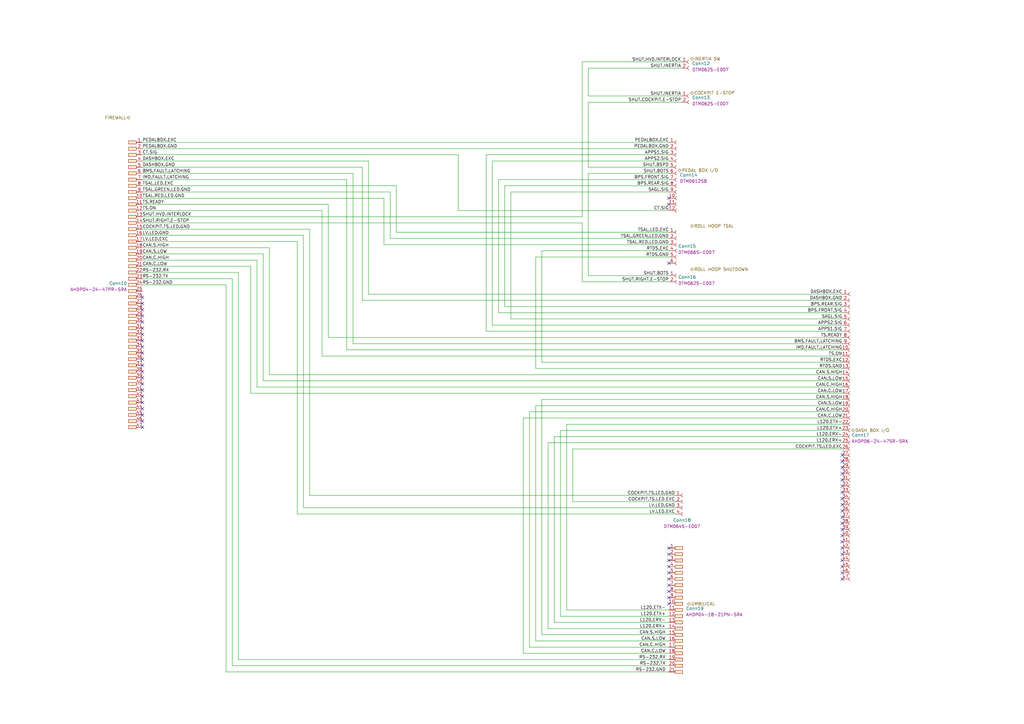
<source format=kicad_sch>
(kicad_sch (version 20230121) (generator eeschema)
  (paper "A3")
  (lib_symbols
    (symbol "Connectors_SUFST:AMPHENOL-21P-Pannel"
      (property "Reference" "Conn" (at 0 -1.905 0))
      (property "P/N" "AHDP04-18-21PN-SRA" (at 0 0 0))
      (symbol "AMPHENOL-21P-Pannel_0_1"
        (polyline (pts (xy -0.635 -55.245) (xy 1.905 -55.245)))
        (polyline (pts (xy -0.635 -50.165) (xy 1.905 -50.165)))
        (polyline (pts (xy -0.635 -45.085) (xy 1.905 -45.085)))
        (polyline (pts (xy -0.635 -40.005) (xy 1.905 -40.005)))
        (polyline (pts (xy -0.635 -34.925) (xy 1.905 -34.925)))
        (polyline (pts (xy -0.635 -29.845) (xy 1.905 -29.845)))
        (polyline (pts (xy -0.635 -24.765) (xy 1.905 -24.765)))
        (polyline (pts (xy -0.635 -19.685) (xy 1.905 -19.685)))
        (polyline (pts (xy -0.635 -14.605) (xy 1.905 -14.605)))
        (polyline (pts (xy -0.635 -9.525) (xy 1.905 -9.525)))
        (polyline (pts (xy -0.635 -4.445) (xy 1.905 -4.445)))
      )
      (symbol "AMPHENOL-21P-Pannel_1_1"
        (rectangle (start -3.81 -54.61) (end -0.635 -55.88) (fill (type color) (color 255 229 191 1)))
        (rectangle (start -3.81 -52.07) (end -0.635 -53.34) (fill (type color) (color 255 229 191 1)))
        (rectangle (start -3.81 -49.53) (end -0.635 -50.8) (fill (type color) (color 255 229 191 1)))
        (rectangle (start -3.81 -46.99) (end -0.635 -48.26) (fill (type color) (color 255 229 191 1)))
        (rectangle (start -3.81 -44.45) (end -0.635 -45.72) (fill (type color) (color 255 229 191 1)))
        (rectangle (start -3.81 -41.91) (end -0.635 -43.18) (fill (type color) (color 255 229 191 1)))
        (rectangle (start -3.81 -39.37) (end -0.635 -40.64) (fill (type color) (color 255 229 191 1)))
        (rectangle (start -3.81 -36.83) (end -0.635 -38.1) (fill (type color) (color 255 229 191 1)))
        (rectangle (start -3.81 -34.29) (end -0.635 -35.56) (fill (type color) (color 255 229 191 1)))
        (rectangle (start -3.81 -31.75) (end -0.635 -33.02) (fill (type color) (color 255 229 191 1)))
        (rectangle (start -3.81 -29.21) (end -0.635 -30.48) (fill (type color) (color 255 229 191 1)))
        (rectangle (start -3.81 -26.67) (end -0.635 -27.94) (fill (type color) (color 255 229 191 1)))
        (rectangle (start -3.81 -24.13) (end -0.635 -25.4) (fill (type color) (color 255 229 191 1)))
        (rectangle (start -3.81 -21.59) (end -0.635 -22.86) (fill (type color) (color 255 229 191 1)))
        (rectangle (start -3.81 -19.05) (end -0.635 -20.32) (fill (type color) (color 255 229 191 1)))
        (rectangle (start -3.81 -16.51) (end -0.635 -17.78) (fill (type color) (color 255 229 191 1)))
        (rectangle (start -3.81 -13.97) (end -0.635 -15.24) (fill (type color) (color 255 229 191 1)))
        (rectangle (start -3.81 -11.43) (end -0.635 -12.7) (fill (type color) (color 255 229 191 1)))
        (rectangle (start -3.81 -8.89) (end -0.635 -10.16) (fill (type color) (color 255 229 191 1)))
        (rectangle (start -3.81 -6.35) (end -0.635 -7.62) (fill (type color) (color 255 229 191 1)))
        (rectangle (start -3.81 -3.81) (end -0.635 -5.08) (fill (type color) (color 255 229 191 1)))
        (pin input line (at 1.905 -4.445 180) (length 2.54) (name "") (number "1"))
        (pin input line (at 1.905 -27.305 180) (length 2.54) (name "") (number "10"))
        (pin input line (at 1.905 -29.845 180) (length 2.54) (name "") (number "11"))
        (pin input line (at 1.905 -32.385 180) (length 2.54) (name "") (number "12"))
        (pin input line (at 1.905 -34.925 180) (length 2.54) (name "") (number "13"))
        (pin input line (at 1.905 -37.465 180) (length 2.54) (name "") (number "14"))
        (pin input line (at 1.905 -40.005 180) (length 2.54) (name "") (number "15"))
        (pin input line (at 1.905 -42.545 180) (length 2.54) (name "") (number "16"))
        (pin input line (at 1.905 -45.085 180) (length 2.54) (name "") (number "17"))
        (pin input line (at 1.905 -47.625 180) (length 2.54) (name "") (number "18"))
        (pin input line (at 1.905 -50.165 180) (length 2.54) (name "") (number "19"))
        (pin input line (at 1.905 -6.985 180) (length 2.54) (name "") (number "2"))
        (pin input line (at 1.905 -52.705 180) (length 2.54) (name "") (number "20"))
        (pin input line (at 1.905 -55.245 180) (length 2.54) (name "") (number "21"))
        (pin input line (at 1.905 -9.525 180) (length 2.54) (name "") (number "3"))
        (pin input line (at 1.905 -12.065 180) (length 2.54) (name "") (number "4"))
        (pin input line (at 1.905 -14.605 180) (length 2.54) (name "") (number "5"))
        (pin input line (at 1.905 -17.145 180) (length 2.54) (name "") (number "6"))
        (pin input line (at 1.905 -19.685 180) (length 2.54) (name "") (number "7"))
        (pin input line (at 1.905 -22.225 180) (length 2.54) (name "") (number "8"))
        (pin input line (at 1.905 -24.765 180) (length 2.54) (name "") (number "9"))
      )
    )
    (symbol "Connectors_SUFST:AMPHENOL-47P-Pannel"
      (property "Reference" "Conn" (at 0 -1.905 0))
      (property "P/N" "AHDP04-24-47PR-SRA" (at 0 0 0))
      (symbol "AMPHENOL-47P-Pannel_0_1"
        (polyline (pts (xy -0.635 -121.285) (xy 1.905 -121.285)))
        (polyline (pts (xy -0.635 -116.205) (xy 1.905 -116.205)))
        (polyline (pts (xy -0.635 -111.125) (xy 1.905 -111.125)))
        (polyline (pts (xy -0.635 -106.045) (xy 1.905 -106.045)))
        (polyline (pts (xy -0.635 -100.965) (xy 1.905 -100.965)))
        (polyline (pts (xy -0.635 -95.885) (xy 1.905 -95.885)))
        (polyline (pts (xy -0.635 -90.805) (xy 1.905 -90.805)))
        (polyline (pts (xy -0.635 -85.725) (xy 1.905 -85.725)))
        (polyline (pts (xy -0.635 -80.645) (xy 1.905 -80.645)))
        (polyline (pts (xy -0.635 -75.565) (xy 1.905 -75.565)))
        (polyline (pts (xy -0.635 -70.485) (xy 1.905 -70.485)))
        (polyline (pts (xy -0.635 -65.405) (xy 1.905 -65.405)))
        (polyline (pts (xy -0.635 -60.325) (xy 1.905 -60.325)))
        (polyline (pts (xy -0.635 -55.245) (xy 1.905 -55.245)))
        (polyline (pts (xy -0.635 -50.165) (xy 1.905 -50.165)))
        (polyline (pts (xy -0.635 -45.085) (xy 1.905 -45.085)))
        (polyline (pts (xy -0.635 -40.005) (xy 1.905 -40.005)))
        (polyline (pts (xy -0.635 -34.925) (xy 1.905 -34.925)))
        (polyline (pts (xy -0.635 -29.845) (xy 1.905 -29.845)))
        (polyline (pts (xy -0.635 -24.765) (xy 1.905 -24.765)))
        (polyline (pts (xy -0.635 -19.685) (xy 1.905 -19.685)))
        (polyline (pts (xy -0.635 -14.605) (xy 1.905 -14.605)))
        (polyline (pts (xy -0.635 -9.525) (xy 1.905 -9.525)))
        (polyline (pts (xy -0.635 -4.445) (xy 1.905 -4.445)))
      )
      (symbol "AMPHENOL-47P-Pannel_1_1"
        (rectangle (start -3.81 -120.65) (end -0.635 -121.92) (fill (type color) (color 255 229 191 1)))
        (rectangle (start -3.81 -118.11) (end -0.635 -119.38) (fill (type color) (color 255 229 191 1)))
        (rectangle (start -3.81 -115.57) (end -0.635 -116.84) (fill (type color) (color 255 229 191 1)))
        (rectangle (start -3.81 -113.03) (end -0.635 -114.3) (fill (type color) (color 255 229 191 1)))
        (rectangle (start -3.81 -110.49) (end -0.635 -111.76) (fill (type color) (color 255 229 191 1)))
        (rectangle (start -3.81 -107.95) (end -0.635 -109.22) (fill (type color) (color 255 229 191 1)))
        (rectangle (start -3.81 -105.41) (end -0.635 -106.68) (fill (type color) (color 255 229 191 1)))
        (rectangle (start -3.81 -102.87) (end -0.635 -104.14) (fill (type color) (color 255 229 191 1)))
        (rectangle (start -3.81 -100.33) (end -0.635 -101.6) (fill (type color) (color 255 229 191 1)))
        (rectangle (start -3.81 -97.79) (end -0.635 -99.06) (fill (type color) (color 255 229 191 1)))
        (rectangle (start -3.81 -95.25) (end -0.635 -96.52) (fill (type color) (color 255 229 191 1)))
        (rectangle (start -3.81 -92.71) (end -0.635 -93.98) (fill (type color) (color 255 229 191 1)))
        (rectangle (start -3.81 -90.17) (end -0.635 -91.44) (fill (type color) (color 255 229 191 1)))
        (rectangle (start -3.81 -87.63) (end -0.635 -88.9) (fill (type color) (color 255 229 191 1)))
        (rectangle (start -3.81 -85.09) (end -0.635 -86.36) (fill (type color) (color 255 229 191 1)))
        (rectangle (start -3.81 -82.55) (end -0.635 -83.82) (fill (type color) (color 255 229 191 1)))
        (rectangle (start -3.81 -80.01) (end -0.635 -81.28) (fill (type color) (color 255 229 191 1)))
        (rectangle (start -3.81 -77.47) (end -0.635 -78.74) (fill (type color) (color 255 229 191 1)))
        (rectangle (start -3.81 -74.93) (end -0.635 -76.2) (fill (type color) (color 255 229 191 1)))
        (rectangle (start -3.81 -72.39) (end -0.635 -73.66) (fill (type color) (color 255 229 191 1)))
        (rectangle (start -3.81 -69.85) (end -0.635 -71.12) (fill (type color) (color 255 229 191 1)))
        (rectangle (start -3.81 -67.31) (end -0.635 -68.58) (fill (type color) (color 255 229 191 1)))
        (rectangle (start -3.81 -64.77) (end -0.635 -66.04) (fill (type color) (color 255 229 191 1)))
        (rectangle (start -3.81 -62.23) (end -0.635 -63.5) (fill (type color) (color 255 229 191 1)))
        (rectangle (start -3.81 -59.69) (end -0.635 -60.96) (fill (type color) (color 255 229 191 1)))
        (rectangle (start -3.81 -57.15) (end -0.635 -58.42) (fill (type color) (color 255 229 191 1)))
        (rectangle (start -3.81 -54.61) (end -0.635 -55.88) (fill (type color) (color 255 229 191 1)))
        (rectangle (start -3.81 -52.07) (end -0.635 -53.34) (fill (type color) (color 255 229 191 1)))
        (rectangle (start -3.81 -49.53) (end -0.635 -50.8) (fill (type color) (color 255 229 191 1)))
        (rectangle (start -3.81 -46.99) (end -0.635 -48.26) (fill (type color) (color 255 229 191 1)))
        (rectangle (start -3.81 -44.45) (end -0.635 -45.72) (fill (type color) (color 255 229 191 1)))
        (rectangle (start -3.81 -41.91) (end -0.635 -43.18) (fill (type color) (color 255 229 191 1)))
        (rectangle (start -3.81 -39.37) (end -0.635 -40.64) (fill (type color) (color 255 229 191 1)))
        (rectangle (start -3.81 -36.83) (end -0.635 -38.1) (fill (type color) (color 255 229 191 1)))
        (rectangle (start -3.81 -34.29) (end -0.635 -35.56) (fill (type color) (color 255 229 191 1)))
        (rectangle (start -3.81 -31.75) (end -0.635 -33.02) (fill (type color) (color 255 229 191 1)))
        (rectangle (start -3.81 -29.21) (end -0.635 -30.48) (fill (type color) (color 255 229 191 1)))
        (rectangle (start -3.81 -26.67) (end -0.635 -27.94) (fill (type color) (color 255 229 191 1)))
        (rectangle (start -3.81 -24.13) (end -0.635 -25.4) (fill (type color) (color 255 229 191 1)))
        (rectangle (start -3.81 -21.59) (end -0.635 -22.86) (fill (type color) (color 255 229 191 1)))
        (rectangle (start -3.81 -19.05) (end -0.635 -20.32) (fill (type color) (color 255 229 191 1)))
        (rectangle (start -3.81 -16.51) (end -0.635 -17.78) (fill (type color) (color 255 229 191 1)))
        (rectangle (start -3.81 -13.97) (end -0.635 -15.24) (fill (type color) (color 255 229 191 1)))
        (rectangle (start -3.81 -11.43) (end -0.635 -12.7) (fill (type color) (color 255 229 191 1)))
        (rectangle (start -3.81 -8.89) (end -0.635 -10.16) (fill (type color) (color 255 229 191 1)))
        (rectangle (start -3.81 -6.35) (end -0.635 -7.62) (fill (type color) (color 255 229 191 1)))
        (rectangle (start -3.81 -3.81) (end -0.635 -5.08) (fill (type color) (color 255 229 191 1)))
        (pin input line (at 1.905 -4.445 180) (length 2.54) (name "") (number "1"))
        (pin input line (at 1.905 -27.305 180) (length 2.54) (name "") (number "10"))
        (pin input line (at 1.905 -29.845 180) (length 2.54) (name "") (number "11"))
        (pin input line (at 1.905 -32.385 180) (length 2.54) (name "") (number "12"))
        (pin input line (at 1.905 -34.925 180) (length 2.54) (name "") (number "13"))
        (pin input line (at 1.905 -37.465 180) (length 2.54) (name "") (number "14"))
        (pin input line (at 1.905 -40.005 180) (length 2.54) (name "") (number "15"))
        (pin input line (at 1.905 -42.545 180) (length 2.54) (name "") (number "16"))
        (pin input line (at 1.905 -45.085 180) (length 2.54) (name "") (number "17"))
        (pin input line (at 1.905 -47.625 180) (length 2.54) (name "") (number "18"))
        (pin input line (at 1.905 -50.165 180) (length 2.54) (name "") (number "19"))
        (pin input line (at 1.905 -6.985 180) (length 2.54) (name "") (number "2"))
        (pin input line (at 1.905 -52.705 180) (length 2.54) (name "") (number "20"))
        (pin input line (at 1.905 -55.245 180) (length 2.54) (name "") (number "21"))
        (pin input line (at 1.905 -57.785 180) (length 2.54) (name "") (number "22"))
        (pin input line (at 1.905 -60.325 180) (length 2.54) (name "") (number "23"))
        (pin input line (at 1.905 -62.865 180) (length 2.54) (name "") (number "24"))
        (pin input line (at 1.905 -65.405 180) (length 2.54) (name "") (number "25"))
        (pin input line (at 1.905 -67.945 180) (length 2.54) (name "") (number "26"))
        (pin input line (at 1.905 -70.485 180) (length 2.54) (name "") (number "27"))
        (pin input line (at 1.905 -73.025 180) (length 2.54) (name "") (number "28"))
        (pin input line (at 1.905 -75.565 180) (length 2.54) (name "") (number "29"))
        (pin input line (at 1.905 -9.525 180) (length 2.54) (name "") (number "3"))
        (pin input line (at 1.905 -78.105 180) (length 2.54) (name "") (number "30"))
        (pin input line (at 1.905 -80.645 180) (length 2.54) (name "") (number "31"))
        (pin input line (at 1.905 -83.185 180) (length 2.54) (name "") (number "32"))
        (pin input line (at 1.905 -85.725 180) (length 2.54) (name "") (number "33"))
        (pin input line (at 1.905 -88.265 180) (length 2.54) (name "") (number "34"))
        (pin input line (at 1.905 -90.805 180) (length 2.54) (name "") (number "35"))
        (pin input line (at 1.905 -93.345 180) (length 2.54) (name "") (number "36"))
        (pin input line (at 1.905 -95.885 180) (length 2.54) (name "") (number "37"))
        (pin input line (at 1.905 -98.425 180) (length 2.54) (name "") (number "38"))
        (pin input line (at 1.905 -100.965 180) (length 2.54) (name "") (number "39"))
        (pin input line (at 1.905 -12.065 180) (length 2.54) (name "") (number "4"))
        (pin input line (at 1.905 -103.505 180) (length 2.54) (name "") (number "40"))
        (pin input line (at 1.905 -106.045 180) (length 2.54) (name "") (number "41"))
        (pin input line (at 1.905 -108.585 180) (length 2.54) (name "") (number "42"))
        (pin input line (at 1.905 -111.125 180) (length 2.54) (name "") (number "43"))
        (pin input line (at 1.905 -113.665 180) (length 2.54) (name "") (number "44"))
        (pin input line (at 1.905 -116.205 180) (length 2.54) (name "") (number "45"))
        (pin input line (at 1.905 -118.745 180) (length 2.54) (name "") (number "46"))
        (pin input line (at 1.905 -121.285 180) (length 2.54) (name "") (number "47"))
        (pin input line (at 1.905 -14.605 180) (length 2.54) (name "") (number "5"))
        (pin input line (at 1.905 -17.145 180) (length 2.54) (name "") (number "6"))
        (pin input line (at 1.905 -19.685 180) (length 2.54) (name "") (number "7"))
        (pin input line (at 1.905 -22.225 180) (length 2.54) (name "") (number "8"))
        (pin input line (at 1.905 -24.765 180) (length 2.54) (name "") (number "9"))
      )
    )
    (symbol "Connectors_SUFST:AMPHENOL-47P-Recepticle"
      (property "Reference" "Conn" (at 0 0.635 0))
      (property "P/N" "AHDP06-24-47SR-SRA" (at 0 0 0))
      (symbol "AMPHENOL-47P-Recepticle_0_1"
        (arc (start -2.5368 -119.3807) (mid -1.9833 -118.7463) (end -2.5355 -118.1107))
        (arc (start -2.5368 -114.3007) (mid -1.9833 -113.6663) (end -2.5355 -113.0307))
        (arc (start -2.5368 -109.2207) (mid -1.9833 -108.5863) (end -2.5355 -107.9507))
        (arc (start -2.5368 -104.1407) (mid -1.9833 -103.5063) (end -2.5355 -102.8707))
        (arc (start -2.5368 -99.0607) (mid -1.9833 -98.4263) (end -2.5355 -97.7907))
        (arc (start -2.5368 -93.9807) (mid -1.9833 -93.3463) (end -2.5355 -92.7107))
        (arc (start -2.5368 -88.9007) (mid -1.9833 -88.2663) (end -2.5355 -87.6307))
        (arc (start -2.5368 -83.8207) (mid -1.9833 -83.1863) (end -2.5355 -82.5507))
        (arc (start -2.5368 -78.7407) (mid -1.9833 -78.1063) (end -2.5355 -77.4707))
        (arc (start -2.5368 -73.6607) (mid -1.9833 -73.0263) (end -2.5355 -72.3907))
        (arc (start -2.5368 -68.5807) (mid -1.9833 -67.9463) (end -2.5355 -67.3107))
        (arc (start -2.5368 -63.5007) (mid -1.9833 -62.8663) (end -2.5355 -62.2307))
        (arc (start -2.5368 -58.4207) (mid -1.9833 -57.7863) (end -2.5355 -57.1507))
        (arc (start -2.5368 -53.3407) (mid -1.9833 -52.7063) (end -2.5355 -52.0707))
        (arc (start -2.5368 -48.2607) (mid -1.9833 -47.6263) (end -2.5355 -46.9907))
        (arc (start -2.5368 -43.1807) (mid -1.9833 -42.5463) (end -2.5355 -41.9107))
        (arc (start -2.5368 -38.1007) (mid -1.9833 -37.4663) (end -2.5355 -36.8307))
        (arc (start -2.5368 -33.0207) (mid -1.9833 -32.3863) (end -2.5355 -31.7507))
        (arc (start -2.5368 -27.9407) (mid -1.9833 -27.3063) (end -2.5355 -26.6707))
        (arc (start -2.5368 -22.8607) (mid -1.9833 -22.2263) (end -2.5355 -21.5907))
        (arc (start -2.5368 -17.7807) (mid -1.9833 -17.1463) (end -2.5355 -16.5107))
        (arc (start -2.5368 -12.7007) (mid -1.9833 -12.0663) (end -2.5355 -11.4307))
        (arc (start -2.5368 -7.6207) (mid -1.9833 -6.9863) (end -2.5355 -6.3507))
        (arc (start -2.5368 -2.5407) (mid -1.9833 -1.9063) (end -2.5355 -1.2707))
        (arc (start -2.4524 -116.8401) (mid -1.8989 -116.2057) (end -2.4511 -115.5701))
        (arc (start -2.4524 -111.7601) (mid -1.8989 -111.1257) (end -2.4511 -110.4901))
        (arc (start -2.4524 -106.6801) (mid -1.8989 -106.0457) (end -2.4511 -105.4101))
        (arc (start -2.4524 -101.6001) (mid -1.8989 -100.9657) (end -2.4511 -100.3301))
        (arc (start -2.4524 -96.5201) (mid -1.8989 -95.8857) (end -2.4511 -95.2501))
        (arc (start -2.4524 -91.4401) (mid -1.8989 -90.8057) (end -2.4511 -90.1701))
        (arc (start -2.4524 -86.3601) (mid -1.8989 -85.7257) (end -2.4511 -85.0901))
        (arc (start -2.4524 -81.2801) (mid -1.8989 -80.6457) (end -2.4511 -80.0101))
        (arc (start -2.4524 -76.2001) (mid -1.8989 -75.5657) (end -2.4511 -74.9301))
        (arc (start -2.4524 -71.1201) (mid -1.8989 -70.4857) (end -2.4511 -69.8501))
        (arc (start -2.4524 -66.0401) (mid -1.8989 -65.4057) (end -2.4511 -64.7701))
        (arc (start -2.4524 -60.9601) (mid -1.8989 -60.3257) (end -2.4511 -59.6901))
        (arc (start -2.4524 -55.8801) (mid -1.8989 -55.2457) (end -2.4511 -54.6101))
        (arc (start -2.4524 -50.8001) (mid -1.8989 -50.1657) (end -2.4511 -49.5301))
        (arc (start -2.4524 -45.7201) (mid -1.8989 -45.0857) (end -2.4511 -44.4501))
        (arc (start -2.4524 -40.6401) (mid -1.8989 -40.0057) (end -2.4511 -39.3701))
        (arc (start -2.4524 -35.5601) (mid -1.8989 -34.9257) (end -2.4511 -34.2901))
        (arc (start -2.4524 -30.4801) (mid -1.8989 -29.8457) (end -2.4511 -29.2101))
        (arc (start -2.4524 -25.4001) (mid -1.8989 -24.7657) (end -2.4511 -24.1301))
        (arc (start -2.4524 -20.3201) (mid -1.8989 -19.6857) (end -2.4511 -19.0501))
        (arc (start -2.4524 -15.2401) (mid -1.8989 -14.6057) (end -2.4511 -13.9701))
        (arc (start -2.4524 -10.1601) (mid -1.8989 -9.5257) (end -2.4511 -8.8901))
        (arc (start -2.4524 -5.0801) (mid -1.8989 -4.4457) (end -2.4511 -3.8101))
      )
      (symbol "AMPHENOL-47P-Recepticle_1_1"
        (pin input line (at 0.635 -1.905 180) (length 2.54) (name "") (number "1"))
        (pin input line (at 0.635 -24.765 180) (length 2.54) (name "") (number "10"))
        (pin input line (at 0.635 -27.305 180) (length 2.54) (name "") (number "11"))
        (pin input line (at 0.635 -29.845 180) (length 2.54) (name "") (number "12"))
        (pin input line (at 0.635 -32.385 180) (length 2.54) (name "") (number "13"))
        (pin input line (at 0.635 -34.925 180) (length 2.54) (name "") (number "14"))
        (pin input line (at 0.635 -37.465 180) (length 2.54) (name "") (number "15"))
        (pin input line (at 0.635 -40.005 180) (length 2.54) (name "") (number "16"))
        (pin input line (at 0.635 -42.545 180) (length 2.54) (name "") (number "17"))
        (pin input line (at 0.635 -45.085 180) (length 2.54) (name "") (number "18"))
        (pin input line (at 0.635 -47.625 180) (length 2.54) (name "") (number "19"))
        (pin input line (at 0.635 -4.445 180) (length 2.54) (name "") (number "2"))
        (pin input line (at 0.635 -50.165 180) (length 2.54) (name "") (number "20"))
        (pin input line (at 0.635 -52.705 180) (length 2.54) (name "") (number "21"))
        (pin input line (at 0.635 -55.245 180) (length 2.54) (name "") (number "22"))
        (pin input line (at 0.635 -57.785 180) (length 2.54) (name "") (number "23"))
        (pin input line (at 0.635 -60.325 180) (length 2.54) (name "") (number "24"))
        (pin input line (at 0.635 -62.865 180) (length 2.54) (name "") (number "25"))
        (pin input line (at 0.635 -65.405 180) (length 2.54) (name "") (number "26"))
        (pin input line (at 0.635 -67.945 180) (length 2.54) (name "") (number "27"))
        (pin input line (at 0.635 -70.485 180) (length 2.54) (name "") (number "28"))
        (pin input line (at 0.635 -73.025 180) (length 2.54) (name "") (number "29"))
        (pin input line (at 0.635 -6.985 180) (length 2.54) (name "") (number "3"))
        (pin input line (at 0.635 -75.565 180) (length 2.54) (name "") (number "30"))
        (pin input line (at 0.635 -78.105 180) (length 2.54) (name "") (number "31"))
        (pin input line (at 0.635 -80.645 180) (length 2.54) (name "") (number "32"))
        (pin input line (at 0.635 -83.185 180) (length 2.54) (name "") (number "33"))
        (pin input line (at 0.635 -85.725 180) (length 2.54) (name "") (number "34"))
        (pin input line (at 0.635 -88.265 180) (length 2.54) (name "") (number "35"))
        (pin input line (at 0.635 -90.805 180) (length 2.54) (name "") (number "36"))
        (pin input line (at 0.635 -93.345 180) (length 2.54) (name "") (number "37"))
        (pin input line (at 0.635 -95.885 180) (length 2.54) (name "") (number "38"))
        (pin input line (at 0.635 -98.425 180) (length 2.54) (name "") (number "39"))
        (pin input line (at 0.635 -9.525 180) (length 2.54) (name "") (number "4"))
        (pin input line (at 0.635 -100.965 180) (length 2.54) (name "") (number "40"))
        (pin input line (at 0.635 -103.505 180) (length 2.54) (name "") (number "41"))
        (pin input line (at 0.635 -106.045 180) (length 2.54) (name "") (number "42"))
        (pin input line (at 0.635 -108.585 180) (length 2.54) (name "") (number "43"))
        (pin input line (at 0.635 -111.125 180) (length 2.54) (name "") (number "44"))
        (pin input line (at 0.635 -113.665 180) (length 2.54) (name "") (number "45"))
        (pin input line (at 0.635 -116.205 180) (length 2.54) (name "") (number "46"))
        (pin input line (at 0.635 -118.745 180) (length 2.54) (name "") (number "47"))
        (pin input line (at 0.635 -12.065 180) (length 2.54) (name "") (number "5"))
        (pin input line (at 0.635 -14.605 180) (length 2.54) (name "") (number "6"))
        (pin input line (at 0.635 -17.145 180) (length 2.54) (name "") (number "7"))
        (pin input line (at 0.635 -19.685 180) (length 2.54) (name "") (number "8"))
        (pin input line (at 0.635 -22.225 180) (length 2.54) (name "") (number "9"))
      )
    )
    (symbol "Connectors_SUFST:Deutsch_DTM_12S_Pin"
      (property "Reference" "Conn" (at 0 0.635 0))
      (property "P/N" "DTM0612SB" (at 0 0 0))
      (symbol "Deutsch_DTM_12S_Pin_0_1"
        (arc (start -2.5368 -27.9407) (mid -1.9833 -27.3063) (end -2.5355 -26.6707))
        (arc (start -2.5368 -22.8607) (mid -1.9833 -22.2263) (end -2.5355 -21.5907))
        (arc (start -2.5368 -17.7807) (mid -1.9833 -17.1463) (end -2.5355 -16.5107))
        (arc (start -2.5368 -12.7007) (mid -1.9833 -12.0663) (end -2.5355 -11.4307))
        (arc (start -2.5368 -7.6207) (mid -1.9833 -6.9863) (end -2.5355 -6.3507))
        (arc (start -2.5368 -2.5407) (mid -1.9833 -1.9063) (end -2.5355 -1.2707))
        (arc (start -2.4524 -30.4801) (mid -1.8989 -29.8457) (end -2.4511 -29.2101))
        (arc (start -2.4524 -25.4001) (mid -1.8989 -24.7657) (end -2.4511 -24.1301))
        (arc (start -2.4524 -20.3201) (mid -1.8989 -19.6857) (end -2.4511 -19.0501))
        (arc (start -2.4524 -15.2401) (mid -1.8989 -14.6057) (end -2.4511 -13.9701))
        (arc (start -2.4524 -10.1601) (mid -1.8989 -9.5257) (end -2.4511 -8.8901))
        (arc (start -2.4524 -5.0801) (mid -1.8989 -4.4457) (end -2.4511 -3.8101))
      )
      (symbol "Deutsch_DTM_12S_Pin_1_1"
        (pin input line (at 0.635 -29.845 180) (length 2.54) (name "") (number "1"))
        (pin input line (at 0.635 -6.985 180) (length 2.54) (name "") (number "10"))
        (pin input line (at 0.635 -4.445 180) (length 2.54) (name "") (number "11"))
        (pin input line (at 0.635 -1.905 180) (length 2.54) (name "") (number "12"))
        (pin input line (at 0.635 -27.305 180) (length 2.54) (name "") (number "2"))
        (pin input line (at 0.635 -24.765 180) (length 2.54) (name "") (number "3"))
        (pin input line (at 0.635 -22.225 180) (length 2.54) (name "") (number "4"))
        (pin input line (at 0.635 -19.685 180) (length 2.54) (name "") (number "5"))
        (pin input line (at 0.635 -17.145 180) (length 2.54) (name "") (number "6"))
        (pin input line (at 0.635 -14.605 180) (length 2.54) (name "") (number "7"))
        (pin input line (at 0.635 -12.065 180) (length 2.54) (name "") (number "8"))
        (pin input line (at 0.635 -9.525 180) (length 2.54) (name "") (number "9"))
      )
    )
    (symbol "Connectors_SUFST:Deutsch_DTM_2S_Pin"
      (property "Reference" "Conn" (at 0 0.635 0))
      (property "P/N" "DTM062S-E007" (at 0 0 0))
      (symbol "Deutsch_DTM_2S_Pin_0_1"
        (arc (start -2.5368 -2.5407) (mid -1.9833 -1.9063) (end -2.5355 -1.2707))
        (arc (start -2.4524 -5.0801) (mid -1.8989 -4.4457) (end -2.4511 -3.8101))
      )
      (symbol "Deutsch_DTM_2S_Pin_1_1"
        (pin input line (at 0.635 -4.445 180) (length 2.54) (name "") (number "1"))
        (pin input line (at 0.635 -1.905 180) (length 2.54) (name "") (number "2"))
      )
    )
    (symbol "Connectors_SUFST:Deutsch_DTM_4S_Pin"
      (property "Reference" "Conn" (at 0 0.635 0))
      (property "P/N" "DTM064S-E007" (at 0 0 0))
      (symbol "Deutsch_DTM_4S_Pin_0_1"
        (arc (start -2.5368 -7.6207) (mid -1.9833 -6.9863) (end -2.5355 -6.3507))
        (arc (start -2.5368 -2.5407) (mid -1.9833 -1.9063) (end -2.5355 -1.2707))
        (arc (start -2.4524 -10.1601) (mid -1.8989 -9.5257) (end -2.4511 -8.8901))
        (arc (start -2.4524 -5.0801) (mid -1.8989 -4.4457) (end -2.4511 -3.8101))
      )
      (symbol "Deutsch_DTM_4S_Pin_1_1"
        (pin input line (at 0.635 -9.525 180) (length 2.54) (name "") (number "1"))
        (pin input line (at 0.635 -6.985 180) (length 2.54) (name "") (number "2"))
        (pin input line (at 0.635 -4.445 180) (length 2.54) (name "") (number "3"))
        (pin input line (at 0.635 -1.905 180) (length 2.54) (name "") (number "4"))
      )
    )
    (symbol "Connectors_SUFST:Deutsch_DTM_6S_Pin"
      (property "Reference" "Conn" (at 0 0.635 0))
      (property "P/N" "DTM066S-E007" (at 0 0 0))
      (symbol "Deutsch_DTM_6S_Pin_0_1"
        (arc (start -2.5368 -12.7007) (mid -1.9833 -12.0663) (end -2.5355 -11.4307))
        (arc (start -2.5368 -7.6207) (mid -1.9833 -6.9863) (end -2.5355 -6.3507))
        (arc (start -2.5368 -2.5407) (mid -1.9833 -1.9063) (end -2.5355 -1.2707))
        (arc (start -2.4524 -15.2401) (mid -1.8989 -14.6057) (end -2.4511 -13.9701))
        (arc (start -2.4524 -10.1601) (mid -1.8989 -9.5257) (end -2.4511 -8.8901))
        (arc (start -2.4524 -5.0801) (mid -1.8989 -4.4457) (end -2.4511 -3.8101))
      )
      (symbol "Deutsch_DTM_6S_Pin_1_1"
        (pin input line (at 0.635 -14.605 180) (length 2.54) (name "") (number "1"))
        (pin input line (at 0.635 -12.065 180) (length 2.54) (name "") (number "2"))
        (pin input line (at 0.635 -9.525 180) (length 2.54) (name "") (number "3"))
        (pin input line (at 0.635 -6.985 180) (length 2.54) (name "") (number "4"))
        (pin input line (at 0.635 -4.445 180) (length 2.54) (name "") (number "5"))
        (pin input line (at 0.635 -1.905 180) (length 2.54) (name "") (number "6"))
      )
    )
  )
  (no_connect (at 345.44 207.01))
  (no_connect (at 58.42 139.7))
  (no_connect (at 345.44 237.49))
  (no_connect (at 58.42 134.62))
  (no_connect (at 345.44 229.87))
  (no_connect (at 345.44 224.79))
  (no_connect (at 274.32 240.03))
  (no_connect (at 274.32 229.87))
  (no_connect (at 58.42 170.18))
  (no_connect (at 58.42 175.26))
  (no_connect (at 274.32 245.11))
  (no_connect (at 58.42 132.08))
  (no_connect (at 274.32 242.57))
  (no_connect (at 345.44 214.63))
  (no_connect (at 274.32 224.79))
  (no_connect (at 58.42 142.24))
  (no_connect (at 58.42 167.64))
  (no_connect (at 274.32 81.28))
  (no_connect (at 345.44 189.23))
  (no_connect (at 58.42 121.92))
  (no_connect (at 58.42 160.02))
  (no_connect (at 58.42 129.54))
  (no_connect (at 274.32 107.95))
  (no_connect (at 58.42 172.72))
  (no_connect (at 345.44 227.33))
  (no_connect (at 58.42 154.94))
  (no_connect (at 345.44 234.95))
  (no_connect (at 58.42 127))
  (no_connect (at 274.32 232.41))
  (no_connect (at 58.42 162.56))
  (no_connect (at 58.42 157.48))
  (no_connect (at 58.42 152.4))
  (no_connect (at 345.44 222.25))
  (no_connect (at 345.44 212.09))
  (no_connect (at 274.32 247.65))
  (no_connect (at 345.44 217.17))
  (no_connect (at 274.32 83.82))
  (no_connect (at 345.44 194.31))
  (no_connect (at 345.44 204.47))
  (no_connect (at 58.42 137.16))
  (no_connect (at 345.44 201.93))
  (no_connect (at 345.44 232.41))
  (no_connect (at 345.44 199.39))
  (no_connect (at 274.32 227.33))
  (no_connect (at 58.42 124.46))
  (no_connect (at 345.44 196.85))
  (no_connect (at 58.42 149.86))
  (no_connect (at 345.44 186.69))
  (no_connect (at 58.42 144.78))
  (no_connect (at 274.32 237.49))
  (no_connect (at 58.42 147.32))
  (no_connect (at 345.44 191.77))
  (no_connect (at 274.32 234.95))
  (no_connect (at 345.44 209.55))
  (no_connect (at 58.42 165.1))
  (no_connect (at 345.44 219.71))
  (wire (pts (xy 58.42 63.5) (xy 187.96 63.5)))
  (wire (pts (xy 92.71 116.84) (xy 92.71 275.59)))
  (wire (pts (xy 107.95 104.14) (xy 58.42 104.14)))
  (wire (pts (xy 201.93 66.04) (xy 274.32 66.04)))
  (wire (pts (xy 345.44 176.53) (xy 229.87 176.53)))
  (wire (pts (xy 207.01 125.73) (xy 345.44 125.73)))
  (wire (pts (xy 58.42 101.6) (xy 110.49 101.6)))
  (wire (pts (xy 345.44 148.59) (xy 222.25 148.59)))
  (wire (pts (xy 274.32 78.74) (xy 209.55 78.74)))
  (wire (pts (xy 232.41 250.19) (xy 274.32 250.19)))
  (wire (pts (xy 224.79 181.61) (xy 345.44 181.61)))
  (wire (pts (xy 144.78 140.97) (xy 345.44 140.97)))
  (wire (pts (xy 187.96 63.5) (xy 187.96 86.36)))
  (wire (pts (xy 144.78 71.12) (xy 144.78 140.97)))
  (wire (pts (xy 274.32 115.57) (xy 238.76 115.57)))
  (wire (pts (xy 274.32 105.41) (xy 219.71 105.41)))
  (wire (pts (xy 279.4 41.91) (xy 241.3 41.91)))
  (wire (pts (xy 97.79 111.76) (xy 97.79 270.51)))
  (wire (pts (xy 58.42 60.96) (xy 274.32 60.96)))
  (wire (pts (xy 124.46 96.52) (xy 124.46 208.28)))
  (wire (pts (xy 224.79 257.81) (xy 224.79 181.61)))
  (wire (pts (xy 227.33 255.27) (xy 274.32 255.27)))
  (wire (pts (xy 121.92 210.82) (xy 276.86 210.82)))
  (wire (pts (xy 97.79 270.51) (xy 274.32 270.51)))
  (wire (pts (xy 102.87 109.22) (xy 58.42 109.22)))
  (wire (pts (xy 241.3 27.94) (xy 241.3 39.37)))
  (wire (pts (xy 58.42 76.2) (xy 162.56 76.2)))
  (wire (pts (xy 142.24 143.51) (xy 142.24 73.66)))
  (wire (pts (xy 132.08 146.05) (xy 345.44 146.05)))
  (wire (pts (xy 105.41 106.68) (xy 105.41 158.75)))
  (wire (pts (xy 345.44 184.15) (xy 234.95 184.15)))
  (wire (pts (xy 102.87 161.29) (xy 345.44 161.29)))
  (wire (pts (xy 345.44 128.27) (xy 204.47 128.27)))
  (wire (pts (xy 58.42 93.98) (xy 127 93.98)))
  (wire (pts (xy 58.42 96.52) (xy 124.46 96.52)))
  (wire (pts (xy 274.32 267.97) (xy 214.63 267.97)))
  (wire (pts (xy 58.42 86.36) (xy 132.08 86.36)))
  (wire (pts (xy 217.17 168.91) (xy 217.17 265.43)))
  (wire (pts (xy 58.42 111.76) (xy 97.79 111.76)))
  (wire (pts (xy 134.62 83.82) (xy 134.62 138.43)))
  (wire (pts (xy 110.49 101.6) (xy 110.49 153.67)))
  (wire (pts (xy 160.02 78.74) (xy 58.42 78.74)))
  (wire (pts (xy 199.39 135.89) (xy 345.44 135.89)))
  (wire (pts (xy 345.44 133.35) (xy 201.93 133.35)))
  (wire (pts (xy 232.41 250.19) (xy 232.41 173.99)))
  (wire (pts (xy 102.87 161.29) (xy 102.87 109.22)))
  (wire (pts (xy 222.25 102.87) (xy 222.25 148.59)))
  (wire (pts (xy 209.55 130.81) (xy 345.44 130.81)))
  (wire (pts (xy 107.95 156.21) (xy 107.95 104.14)))
  (wire (pts (xy 227.33 255.27) (xy 227.33 179.07)))
  (wire (pts (xy 241.3 113.03) (xy 274.32 113.03)))
  (wire (pts (xy 241.3 39.37) (xy 279.4 39.37)))
  (wire (pts (xy 58.42 106.68) (xy 105.41 106.68)))
  (wire (pts (xy 157.48 81.28) (xy 157.48 100.33)))
  (wire (pts (xy 151.13 120.65) (xy 345.44 120.65)))
  (wire (pts (xy 204.47 128.27) (xy 204.47 73.66)))
  (wire (pts (xy 148.59 68.58) (xy 58.42 68.58)))
  (wire (pts (xy 58.42 116.84) (xy 92.71 116.84)))
  (wire (pts (xy 214.63 171.45) (xy 214.63 267.97)))
  (wire (pts (xy 238.76 115.57) (xy 238.76 91.44)))
  (wire (pts (xy 142.24 73.66) (xy 58.42 73.66)))
  (wire (pts (xy 121.92 99.06) (xy 121.92 210.82)))
  (wire (pts (xy 162.56 76.2) (xy 162.56 95.25)))
  (wire (pts (xy 92.71 275.59) (xy 274.32 275.59)))
  (wire (pts (xy 224.79 257.81) (xy 274.32 257.81)))
  (wire (pts (xy 274.32 262.89) (xy 219.71 262.89)))
  (wire (pts (xy 222.25 163.83) (xy 222.25 260.35)))
  (wire (pts (xy 232.41 173.99) (xy 345.44 173.99)))
  (wire (pts (xy 217.17 265.43) (xy 274.32 265.43)))
  (wire (pts (xy 241.3 41.91) (xy 241.3 68.58)))
  (wire (pts (xy 345.44 143.51) (xy 142.24 143.51)))
  (wire (pts (xy 58.42 58.42) (xy 274.32 58.42)))
  (wire (pts (xy 95.25 273.05) (xy 274.32 273.05)))
  (wire (pts (xy 204.47 73.66) (xy 274.32 73.66)))
  (wire (pts (xy 157.48 100.33) (xy 274.32 100.33)))
  (wire (pts (xy 219.71 151.13) (xy 345.44 151.13)))
  (wire (pts (xy 58.42 81.28) (xy 157.48 81.28)))
  (wire (pts (xy 345.44 123.19) (xy 148.59 123.19)))
  (wire (pts (xy 132.08 86.36) (xy 132.08 146.05)))
  (wire (pts (xy 58.42 88.9) (xy 238.76 88.9)))
  (wire (pts (xy 148.59 123.19) (xy 148.59 68.58)))
  (wire (pts (xy 279.4 27.94) (xy 241.3 27.94)))
  (wire (pts (xy 222.25 102.87) (xy 274.32 102.87)))
  (wire (pts (xy 162.56 95.25) (xy 274.32 95.25)))
  (wire (pts (xy 58.42 83.82) (xy 134.62 83.82)))
  (wire (pts (xy 58.42 99.06) (xy 121.92 99.06)))
  (wire (pts (xy 219.71 166.37) (xy 219.71 262.89)))
  (wire (pts (xy 238.76 91.44) (xy 58.42 91.44)))
  (wire (pts (xy 229.87 176.53) (xy 229.87 252.73)))
  (wire (pts (xy 199.39 63.5) (xy 199.39 135.89)))
  (wire (pts (xy 58.42 71.12) (xy 144.78 71.12)))
  (wire (pts (xy 241.3 68.58) (xy 274.32 68.58)))
  (wire (pts (xy 274.32 71.12) (xy 241.3 71.12)))
  (wire (pts (xy 274.32 260.35) (xy 222.25 260.35)))
  (wire (pts (xy 105.41 158.75) (xy 345.44 158.75)))
  (wire (pts (xy 345.44 168.91) (xy 217.17 168.91)))
  (wire (pts (xy 151.13 66.04) (xy 151.13 120.65)))
  (wire (pts (xy 274.32 97.79) (xy 160.02 97.79)))
  (wire (pts (xy 234.95 205.74) (xy 276.86 205.74)))
  (wire (pts (xy 274.32 63.5) (xy 199.39 63.5)))
  (wire (pts (xy 241.3 71.12) (xy 241.3 113.03)))
  (wire (pts (xy 219.71 105.41) (xy 219.71 151.13)))
  (wire (pts (xy 160.02 97.79) (xy 160.02 78.74)))
  (wire (pts (xy 229.87 252.73) (xy 274.32 252.73)))
  (wire (pts (xy 209.55 78.74) (xy 209.55 130.81)))
  (wire (pts (xy 227.33 179.07) (xy 345.44 179.07)))
  (wire (pts (xy 127 93.98) (xy 127 203.2)))
  (wire (pts (xy 134.62 138.43) (xy 345.44 138.43)))
  (wire (pts (xy 187.96 86.36) (xy 274.32 86.36)))
  (wire (pts (xy 58.42 66.04) (xy 151.13 66.04)))
  (wire (pts (xy 207.01 76.2) (xy 207.01 125.73)))
  (wire (pts (xy 345.44 171.45) (xy 214.63 171.45)))
  (wire (pts (xy 127 203.2) (xy 276.86 203.2)))
  (wire (pts (xy 110.49 153.67) (xy 345.44 153.67)))
  (wire (pts (xy 95.25 114.3) (xy 95.25 273.05)))
  (wire (pts (xy 345.44 163.83) (xy 222.25 163.83)))
  (wire (pts (xy 274.32 76.2) (xy 207.01 76.2)))
  (wire (pts (xy 107.95 156.21) (xy 345.44 156.21)))
  (wire (pts (xy 238.76 25.4) (xy 279.4 25.4)))
  (wire (pts (xy 238.76 88.9) (xy 238.76 25.4)))
  (wire (pts (xy 124.46 208.28) (xy 276.86 208.28)))
  (wire (pts (xy 95.25 114.3) (xy 58.42 114.3)))
  (wire (pts (xy 234.95 184.15) (xy 234.95 205.74)))
  (wire (pts (xy 345.44 166.37) (xy 219.71 166.37)))
  (wire (pts (xy 201.93 133.35) (xy 201.93 66.04)))
  (label "DASHBOX.GND" (at 58.42 68.58 0))
  (label "PEDALBOX.GND" (at 58.42 60.96 0))
  (label "TSAL.RED.LED.GND" (at 274.32 100.33 180))
  (label "CAN.S.HIGH" (at 345.44 153.67 180))
  (label "TS.READY" (at 345.44 138.43 180))
  (label "RS-232.TX" (at 58.42 114.3 0))
  (label "RS-232.GND" (at 58.42 116.84 0))
  (label "CAN.S.HIGH" (at 58.42 101.6 0))
  (label "APPS2.SIG" (at 345.44 133.35 180))
  (label "COCKPIT.TS.LED.EXC" (at 345.44 184.15 180))
  (label "LV.LED.GND" (at 276.86 208.28 180))
  (label "LV.LED.EXC" (at 276.86 210.82 180))
  (label "CAN.C.LOW" (at 273.05 267.97 180))
  (label "PEDALBOX.EXC" (at 58.42 58.42 0))
  (label "CT.SIG" (at 58.42 63.5 0))
  (label "L120.ETX+" (at 345.44 176.53 180))
  (label "SHUT.COCKPIT.E-STOP" (at 279.4 41.91 180))
  (label "DASHBOX.EXC" (at 58.42 66.04 0))
  (label "CAN.S.HIGH" (at 273.05 260.35 180))
  (label "DASHBOX.GND" (at 345.44 123.19 180))
  (label "L120.ERX+" (at 345.44 181.61 180))
  (label "BPS.FRONT.SIG" (at 345.44 128.27 180))
  (label "CAN.S.LOW" (at 345.44 166.37 180))
  (label "TS.ON" (at 58.42 86.36 0))
  (label "CAN.C.HIGH" (at 345.44 168.91 180))
  (label "SHUT.HVD.INTERLOCK" (at 58.42 88.9 0))
  (label "TSAL.LED.EXC" (at 274.32 95.25 180))
  (label "RTDS.GND" (at 274.32 105.41 180))
  (label "COCKPIT.TS.LED.GND" (at 276.86 203.2 180))
  (label "L120.ETX+" (at 273.05 252.73 180))
  (label "RS-232.TX" (at 273.05 273.05 180))
  (label "L120.ERX+" (at 273.05 257.81 180))
  (label "CAN.C.HIGH" (at 273.05 265.43 180))
  (label "CAN.C.LOW" (at 345.44 171.45 180))
  (label "RS-232.GND" (at 273.05 275.59 180))
  (label "CAN.S.LOW" (at 273.05 262.89 180))
  (label "SAGL.SIG" (at 345.44 130.81 180))
  (label "BPS.REAR.SIG" (at 274.32 76.2 180))
  (label "L120.ETX-" (at 345.44 173.99 180))
  (label "CAN.S.LOW" (at 58.42 104.14 0))
  (label "L120.ETX-" (at 273.05 250.19 180))
  (label "SHUT.BOTS" (at 274.32 113.03 180))
  (label "IMD.FAULT.LATCHING" (at 345.44 143.51 180))
  (label "SHUT.BSPD" (at 274.32 68.58 180))
  (label "RTDS.EXC" (at 345.44 148.59 180))
  (label "LV.LED.EXC" (at 58.42 99.06 0))
  (label "TSAL.GREEN.LED.GND" (at 274.32 97.79 180))
  (label "L120.ERX-" (at 345.44 179.07 180))
  (label "RS-232.RX" (at 58.42 111.76 0))
  (label "BMS.FAULT.LATCHING" (at 58.42 71.12 0))
  (label "COCKPIT.TS.LED.GND" (at 58.42 93.98 0))
  (label "IMD.FAULT.LATCHING" (at 58.42 73.66 0))
  (label "CAN.C.HIGH" (at 345.44 158.75 180))
  (label "BPS.FRONT.SIG" (at 274.32 73.66 180))
  (label "SHUT.INERTIA" (at 279.4 27.94 180))
  (label "RS-232.RX" (at 273.05 270.51 180))
  (label "CAN.S.LOW" (at 345.44 156.21 180))
  (label "CAN.C.LOW" (at 345.44 161.29 180))
  (label "TSAL.RED.LED.GND" (at 58.42 81.28 0))
  (label "CAN.C.LOW" (at 58.42 109.22 0))
  (label "CAN.C.HIGH" (at 58.42 106.68 0))
  (label "LV.LED.GND" (at 58.42 96.52 0))
  (label "SHUT.RIGHT.E-STOP" (at 274.32 115.57 180))
  (label "DASHBOX.EXC" (at 345.44 120.65 180))
  (label "TS.ON" (at 345.44 146.05 180))
  (label "BMS.FAULT.LATCHING" (at 345.44 140.97 180))
  (label "APPS2.SIG" (at 274.32 66.04 180))
  (label "TSAL.LED.EXC" (at 58.42 76.2 0))
  (label "SAGL.SIG" (at 274.32 78.74 180))
  (label "APPS1.SIG" (at 345.44 135.89 180))
  (label "SHUT.INERTIA" (at 279.4 39.37 180))
  (label "CT.SIG" (at 274.32 86.36 180))
  (label "RTDS.EXC" (at 274.32 102.87 180))
  (label "TS.READY" (at 58.42 83.82 0))
  (label "CAN.S.HIGH" (at 345.44 163.83 180))
  (label "PEDALBOX.EXC" (at 274.32 58.42 180))
  (label "APPS1.SIG" (at 274.32 63.5 180))
  (label "TSAL.GREEN.LED.GND" (at 58.42 78.74 0))
  (label "BPS.REAR.SIG" (at 345.44 125.73 180))
  (label "SHUT.BOTS" (at 274.32 71.12 180))
  (label "RTDS.GND" (at 345.44 151.13 180))
  (label "SHUT.HVD.INTERLOCK" (at 279.4 25.4 180))
  (label "COCKPIT.TS.LED.EXC" (at 276.86 205.74 180))
  (label "SHUT.RIGHT.E-STOP" (at 58.42 91.44 0))
  (label "PEDALBOX.GND" (at 274.32 60.96 180))
  (label "L120.ERX-" (at 273.05 255.27 180))
  (hierarchical_label "INERTIA SW" (shape bidirectional) (at 283.21 24.13 0))
  (hierarchical_label "ROLL HOOP TSAL" (shape bidirectional) (at 283.21 92.71 0))
  (hierarchical_label "DASH BOX I{slash}O" (shape bidirectional) (at 349.25 176.53 0))
  (hierarchical_label "ROLL HOOP SHUTDOWN" (shape bidirectional) (at 283.21 110.49 0))
  (hierarchical_label "COCKPIT E-STOP" (shape bidirectional) (at 283.21 38.1 0))
  (hierarchical_label "FIREWALL" (shape bidirectional) (at 53.34 48.26 180))
  (hierarchical_label "PEDAL BOX I{slash}O" (shape bidirectional) (at 278.13 69.85 0))
  (hierarchical_label "UMBILICAL" (shape bidirectional) (at 281.94 247.65 0))
  (symbol (lib_id "Connectors_SUFST:AMPHENOL-21P-Pannel") (at 276.225 220.345 0) (mirror y) (unit 1)
    (property "Reference" "Conn19" (at 281.305 249.555 0) (effects (justify right)))
    (property "Value" "AMPHENOL-21P-Pannel" (effects hide))
    (property "P/N" "AHDP04-18-21PN-SRA" (at 281.305 252.095 0) (effects (justify right)))
  )
  (symbol (lib_id "Connectors_SUFST:Deutsch_DTM_4S_Pin") (at 277.495 212.725 180) (unit 1)
    (property "Reference" "Conn18" (at 279.7128 213.36 0))
    (property "Value" "Deutsch_DTM_4S_Pin" (effects hide))
    (property "P/N" "DTM064S-E007" (at 279.7128 215.9 0))
  )
  (symbol (lib_id "Connectors_SUFST:Deutsch_DTM_12S_Pin") (at 274.955 88.265 180) (unit 1)
    (property "Reference" "Conn14" (at 278.765 71.7546 0) (effects (justify right)))
    (property "Value" "Deutsch_DTM_12S_Pin" (effects hide))
    (property "P/N" "DTM0612SB" (at 278.765 74.2946 0) (effects (justify right)))
  )
  (symbol (lib_id "Connectors_SUFST:Deutsch_DTM_6S_Pin") (at 274.955 109.855 180) (unit 1)
    (property "Reference" "Conn15" (at 278.13 100.9646 0) (effects (justify right)))
    (property "Value" "Deutsch_DTM_6S_Pin" (effects hide))
    (property "P/N" "DTM066S-E007" (at 278.13 103.5046 0) (effects (justify right)))
  )
  (symbol (lib_id "Connectors_SUFST:Deutsch_DTM_2S_Pin") (at 274.955 117.475 180) (unit 1)
    (property "Reference" "Conn16" (at 278.13 113.6646 0) (effects (justify right)))
    (property "Value" "Deutsch_DTM_2S_Pin" (effects hide))
    (property "P/N" "DTM062S-E007" (at 278.13 116.2046 0) (effects (justify right)))
  )
  (symbol (lib_id "Connectors_SUFST:Deutsch_DTM_2S_Pin") (at 280.035 43.815 180) (unit 1)
    (property "Reference" "Conn13" (at 283.845 40.0046 0) (effects (justify right)))
    (property "Value" "Deutsch_DTM_2S_Pin" (effects hide))
    (property "P/N" "DTM062S-E007" (at 283.845 42.5446 0) (effects (justify right)))
  )
  (symbol (lib_id "Connectors_SUFST:AMPHENOL-47P-Recepticle") (at 346.075 118.745 0) (mirror y) (unit 1)
    (property "Reference" "Conn17" (at 349.25 178.4357 0) (effects (justify right)))
    (property "Value" "AMPHENOL-47P-Pannel" (effects hide))
    (property "P/N" "AHDP06-24-47SR-SRA" (at 349.25 180.9757 0) (effects (justify right)))
  )
  (symbol (lib_id "Connectors_SUFST:Deutsch_DTM_2S_Pin") (at 280.035 29.845 180) (unit 1)
    (property "Reference" "Conn12" (at 283.845 26.0346 0) (effects (justify right)))
    (property "Value" "Deutsch_DTM_2S_Pin" (effects hide))
    (property "P/N" "DTM062S-E007" (at 283.845 28.5746 0) (effects (justify right)))
  )
  (symbol (lib_id "Connectors_SUFST:AMPHENOL-47P-Pannel") (at 56.515 53.975 0) (unit 1)
    (property "Reference" "Conn10" (at 52.07 116.205 0) (effects (justify right)))
    (property "Value" "AMPHENOL-47P-Pannel" (effects hide))
    (property "P/N" "AHDP04-24-47PR-SRA" (at 52.07 118.745 0) (effects (justify right)))
  )
)
</source>
